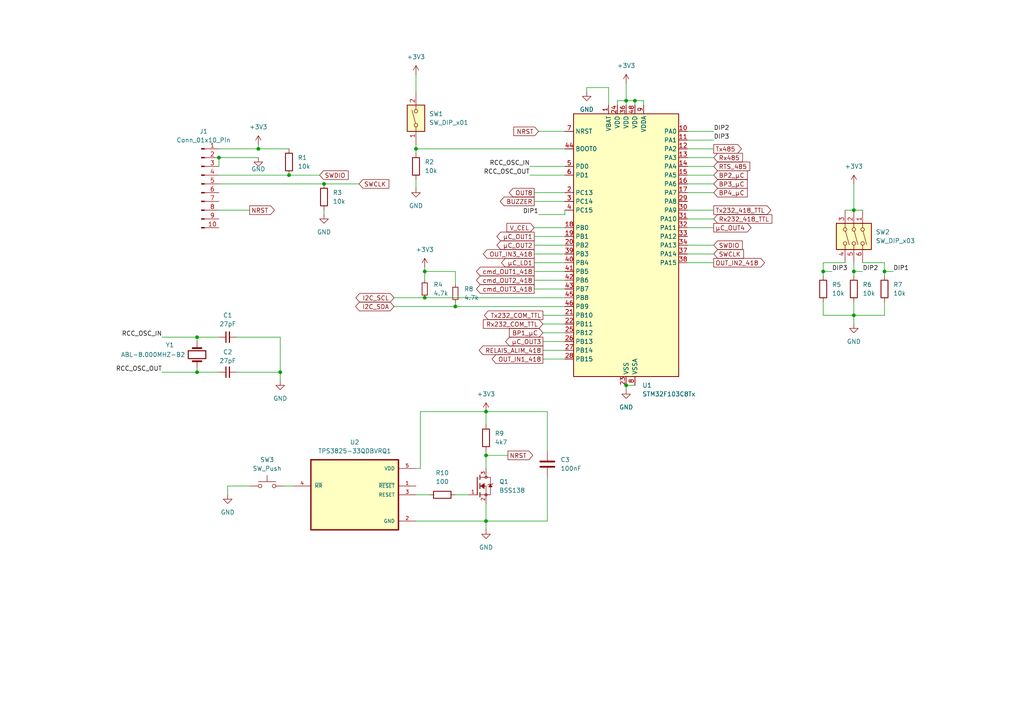
<source format=kicad_sch>
(kicad_sch (version 20250114) (generator "eeschema") (generator_version "9.0")
  (paper "A4")
  (title_block (title "MAIN MCU") (date "2025-07-26") (rev "V2") (company "TTS") (comment 1 "EP"))
  (lib_symbols
    (symbol "BSS138:BSS138" (pin_names (offset 1.016))
      (property "Reference" "Q" (at -8.89 2.54 0))
      (property "Value" "BSS138" (at -8.89 -7.62 0))
      (symbol "BSS138_0_0"
        (polyline (pts (xy 0 2.54) (xy 0 -2.54)) (stroke (width 0.254)))
        (polyline (pts (xy 0.762 3.175) (xy 0.762 2.54)) (stroke (width 0.254)))
        (polyline (pts (xy 0.762 2.54) (xy 0.762 1.905)) (stroke (width 0.254)))
        (polyline (pts (xy 0.762 2.54) (xy 3.81 2.54)) (stroke (width 0.1524)))
        (polyline (pts (xy 0.762 0.762) (xy 0.762 0)) (stroke (width 0.254)))
        (polyline (pts (xy 0.762 0) (xy 0.762 -0.762)) (stroke (width 0.254)))
        (polyline (pts (xy 0.762 0) (xy 2.54 0)) (stroke (width 0.1524)))
        (polyline (pts (xy 0.762 -1.905) (xy 0.762 -2.54)) (stroke (width 0.254)))
        (polyline (pts (xy 0.762 -2.54) (xy 0.762 -3.175)) (stroke (width 0.254)))
        (polyline (pts (xy 1.016 0) (xy 2.032 0.762) (xy 2.032 -0.762) (xy 1.016 0)) (stroke (width 0.1524)) (fill (type outline)))
        (circle (center 2.54 2.54) (radius 0.3592))
        (polyline (pts (xy 2.54 0) (xy 2.54 -2.54)) (stroke (width 0.1524)))
        (polyline (pts (xy 2.54 -2.54) (xy 0.762 -2.54)) (stroke (width 0.1524)))
        (polyline (pts (xy 2.54 -2.54) (xy 3.81 -2.54)) (stroke (width 0.1524)))
        (circle (center 2.54 -2.54) (radius 0.3592))
        (polyline (pts (xy 3.302 0.508) (xy 3.048 0.254)) (stroke (width 0.1524)))
        (polyline (pts (xy 3.81 2.54) (xy 3.81 0.508)) (stroke (width 0.1524)))
        (polyline (pts (xy 3.81 0.508) (xy 3.302 0.508)) (stroke (width 0.1524)))
        (polyline (pts (xy 3.81 0.508) (xy 3.81 -2.54)) (stroke (width 0.1524)))
        (polyline (pts (xy 3.81 0.508) (xy 3.302 -0.254) (xy 4.318 -0.254) (xy 3.81 0.508)) (stroke (width 0.1524)) (fill (type outline)))
        (polyline (pts (xy 4.318 0.508) (xy 3.81 0.508)) (stroke (width 0.1524)))
        (polyline (pts (xy 4.572 0.762) (xy 4.318 0.508)) (stroke (width 0.1524)))
        (pin passive line (at -2.54 -2.54 0) (length 2.54) (name "~") (number "1"))
        (pin passive line (at 2.54 5.08 270) (length 2.54) (name "~") (number "3"))
        (pin passive line (at 2.54 -5.08 90) (length 2.54) (name "~") (number "2"))
      )
    )
    (symbol "Connector:Conn_01x10_Pin" (pin_names (offset 1.016) (hide yes))
      (property "Reference" "J" (at 0 12.7 0))
      (property "Value" "Conn_01x10_Pin" (at 0 -15.24 0))
      (symbol "Conn_01x10_Pin_1_1"
        (rectangle (start 0.8636 10.287) (end 0 10.033) (stroke (width 0.1524)) (fill (type outline)))
        (rectangle (start 0.8636 7.747) (end 0 7.493) (stroke (width 0.1524)) (fill (type outline)))
        (rectangle (start 0.8636 5.207) (end 0 4.953) (stroke (width 0.1524)) (fill (type outline)))
        (rectangle (start 0.8636 2.667) (end 0 2.413) (stroke (width 0.1524)) (fill (type outline)))
        (rectangle (start 0.8636 0.127) (end 0 -0.127) (stroke (width 0.1524)) (fill (type outline)))
        (rectangle (start 0.8636 -2.413) (end 0 -2.667) (stroke (width 0.1524)) (fill (type outline)))
        (rectangle (start 0.8636 -4.953) (end 0 -5.207) (stroke (width 0.1524)) (fill (type outline)))
        (rectangle (start 0.8636 -7.493) (end 0 -7.747) (stroke (width 0.1524)) (fill (type outline)))
        (rectangle (start 0.8636 -10.033) (end 0 -10.287) (stroke (width 0.1524)) (fill (type outline)))
        (rectangle (start 0.8636 -12.573) (end 0 -12.827) (stroke (width 0.1524)) (fill (type outline)))
        (polyline (pts (xy 1.27 10.16) (xy 0.8636 10.16)) (stroke (width 0.1524)))
        (polyline (pts (xy 1.27 7.62) (xy 0.8636 7.62)) (stroke (width 0.1524)))
        (polyline (pts (xy 1.27 5.08) (xy 0.8636 5.08)) (stroke (width 0.1524)))
        (polyline (pts (xy 1.27 2.54) (xy 0.8636 2.54)) (stroke (width 0.1524)))
        (polyline (pts (xy 1.27 0) (xy 0.8636 0)) (stroke (width 0.1524)))
        (polyline (pts (xy 1.27 -2.54) (xy 0.8636 -2.54)) (stroke (width 0.1524)))
        (polyline (pts (xy 1.27 -5.08) (xy 0.8636 -5.08)) (stroke (width 0.1524)))
        (polyline (pts (xy 1.27 -7.62) (xy 0.8636 -7.62)) (stroke (width 0.1524)))
        (polyline (pts (xy 1.27 -10.16) (xy 0.8636 -10.16)) (stroke (width 0.1524)))
        (polyline (pts (xy 1.27 -12.7) (xy 0.8636 -12.7)) (stroke (width 0.1524)))
        (pin passive line (at 5.08 10.16 180) (length 3.81) (name "Pin_1") (number "1"))
        (pin passive line (at 5.08 7.62 180) (length 3.81) (name "Pin_2") (number "2"))
        (pin passive line (at 5.08 5.08 180) (length 3.81) (name "Pin_3") (number "3"))
        (pin passive line (at 5.08 2.54 180) (length 3.81) (name "Pin_4") (number "4"))
        (pin passive line (at 5.08 0 180) (length 3.81) (name "Pin_5") (number "5"))
        (pin passive line (at 5.08 -2.54 180) (length 3.81) (name "Pin_6") (number "6"))
        (pin passive line (at 5.08 -5.08 180) (length 3.81) (name "Pin_7") (number "7"))
        (pin passive line (at 5.08 -7.62 180) (length 3.81) (name "Pin_8") (number "8"))
        (pin passive line (at 5.08 -10.16 180) (length 3.81) (name "Pin_9") (number "9"))
        (pin passive line (at 5.08 -12.7 180) (length 3.81) (name "Pin_10") (number "10"))
      )
    )
    (symbol "Device:C" (pin_numbers (hide yes)) (pin_names (offset 0.254))
      (property "Reference" "C" (at 0.635 2.54 0))
      (property "Value" "C" (at 0.635 -2.54 0))
      (symbol "C_0_1"
        (polyline (pts (xy -2.032 0.762) (xy 2.032 0.762)) (stroke (width 0.508)))
        (polyline (pts (xy -2.032 -0.762) (xy 2.032 -0.762)) (stroke (width 0.508)))
      )
      (symbol "C_1_1"
        (pin passive line (at 0 3.81 270) (length 2.794) (name "~") (number "1"))
        (pin passive line (at 0 -3.81 90) (length 2.794) (name "~") (number "2"))
      )
    )
    (symbol "Device:C_Small" (pin_numbers (hide yes)) (pin_names (offset 0.254) (hide yes))
      (property "Reference" "C" (at 0.254 1.778 0))
      (property "Value" "C_Small" (at 0.254 -2.032 0))
      (symbol "C_Small_0_1"
        (polyline (pts (xy -1.524 0.508) (xy 1.524 0.508)) (stroke (width 0.3048)))
        (polyline (pts (xy -1.524 -0.508) (xy 1.524 -0.508)) (stroke (width 0.3302)))
      )
      (symbol "C_Small_1_1"
        (pin passive line (at 0 2.54 270) (length 2.032) (name "~") (number "1"))
        (pin passive line (at 0 -2.54 90) (length 2.032) (name "~") (number "2"))
      )
    )
    (symbol "Device:Crystal" (pin_numbers (hide yes)) (pin_names (offset 1.016) (hide yes))
      (property "Reference" "Y" (at 0 3.81 0))
      (property "Value" "Crystal" (at 0 -3.81 0))
      (symbol "Crystal_0_1"
        (polyline (pts (xy -2.54 0) (xy -1.905 0)))
        (polyline (pts (xy -1.905 -1.27) (xy -1.905 1.27)) (stroke (width 0.508)))
        (rectangle (start -1.143 2.54) (end 1.143 -2.54) (stroke (width 0.3048)))
        (polyline (pts (xy 1.905 -1.27) (xy 1.905 1.27)) (stroke (width 0.508)))
        (polyline (pts (xy 2.54 0) (xy 1.905 0)))
      )
      (symbol "Crystal_1_1"
        (pin passive line (at -3.81 0 0) (length 1.27) (name "1") (number "1"))
        (pin passive line (at 3.81 0 180) (length 1.27) (name "2") (number "2"))
      )
    )
    (symbol "Device:R" (pin_numbers (hide yes)) (pin_names (offset 0))
      (property "Reference" "R" (at 2.032 0 90))
      (property "Value" "R" (at 0 0 90))
      (symbol "R_0_1"
        (rectangle (start -1.016 -2.54) (end 1.016 2.54) (stroke (width 0.254)))
      )
      (symbol "R_1_1"
        (pin passive line (at 0 3.81 270) (length 1.27) (name "~") (number "1"))
        (pin passive line (at 0 -3.81 90) (length 1.27) (name "~") (number "2"))
      )
    )
    (symbol "Device:R_Small" (pin_numbers (hide yes)) (pin_names (offset 0.254) (hide yes))
      (property "Reference" "R" (at 0.762 0.508 0))
      (property "Value" "R_Small" (at 0.762 -1.016 0))
      (symbol "R_Small_0_1"
        (rectangle (start -0.762 1.778) (end 0.762 -1.778) (stroke (width 0.2032)))
      )
      (symbol "R_Small_1_1"
        (pin passive line (at 0 2.54 270) (length 0.762) (name "~") (number "1"))
        (pin passive line (at 0 -2.54 90) (length 0.762) (name "~") (number "2"))
      )
    )
    (symbol "MCU_ST_STM32F1:STM32F103C8Tx"
      (property "Reference" "U" (at -15.24 39.37 0))
      (property "Value" "STM32F103C8Tx" (at 7.62 39.37 0))
      (symbol "STM32F103C8Tx_0_1"
        (rectangle (start -15.24 -38.1) (end 15.24 38.1) (stroke (width 0.254)) (fill (type background)))
      )
      (symbol "STM32F103C8Tx_1_1"
        (pin input line (at -17.78 33.02 0) (length 2.54) (name "NRST") (number "7"))
        (pin input line (at -17.78 27.94 0) (length 2.54) (name "BOOT0") (number "44"))
        (pin bidirectional line (at -17.78 22.86 0) (length 2.54) (name "PD0") (number "5"))
        (pin bidirectional line (at -17.78 20.32 0) (length 2.54) (name "PD1") (number "6"))
        (pin bidirectional line (at -17.78 15.24 0) (length 2.54) (name "PC13") (number "2"))
        (pin bidirectional line (at -17.78 12.7 0) (length 2.54) (name "PC14") (number "3"))
        (pin bidirectional line (at -17.78 10.16 0) (length 2.54) (name "PC15") (number "4"))
        (pin bidirectional line (at -17.78 5.08 0) (length 2.54) (name "PB0") (number "18"))
        (pin bidirectional line (at -17.78 2.54 0) (length 2.54) (name "PB1") (number "19"))
        (pin bidirectional line (at -17.78 0 0) (length 2.54) (name "PB2") (number "20"))
        (pin bidirectional line (at -17.78 -2.54 0) (length 2.54) (name "PB3") (number "39"))
        (pin bidirectional line (at -17.78 -5.08 0) (length 2.54) (name "PB4") (number "40"))
        (pin bidirectional line (at -17.78 -7.62 0) (length 2.54) (name "PB5") (number "41"))
        (pin bidirectional line (at -17.78 -10.16 0) (length 2.54) (name "PB6") (number "42"))
        (pin bidirectional line (at -17.78 -12.7 0) (length 2.54) (name "PB7") (number "43"))
        (pin bidirectional line (at -17.78 -15.24 0) (length 2.54) (name "PB8") (number "45"))
        (pin bidirectional line (at -17.78 -17.78 0) (length 2.54) (name "PB9") (number "46"))
        (pin bidirectional line (at -17.78 -20.32 0) (length 2.54) (name "PB10") (number "21"))
        (pin bidirectional line (at -17.78 -22.86 0) (length 2.54) (name "PB11") (number "22"))
        (pin bidirectional line (at -17.78 -25.4 0) (length 2.54) (name "PB12") (number "25"))
        (pin bidirectional line (at -17.78 -27.94 0) (length 2.54) (name "PB13") (number "26"))
        (pin bidirectional line (at -17.78 -30.48 0) (length 2.54) (name "PB14") (number "27"))
        (pin bidirectional line (at -17.78 -33.02 0) (length 2.54) (name "PB15") (number "28"))
        (pin power_in line (at -5.08 40.64 270) (length 2.54) (name "VBAT") (number "1"))
        (pin power_in line (at -2.54 40.64 270) (length 2.54) (name "VDD") (number "24"))
        (pin power_in line (at 0 40.64 270) (length 2.54) (name "VDD") (number "36"))
        (pin power_in line (at 0 -40.64 90) (length 2.54) (name "VSS") (number "23"))
        (pin passive line (at 0 -40.64 90) (length 2.54) (hide yes) (name "VSS") (number "35"))
        (pin passive line (at 0 -40.64 90) (length 2.54) (hide yes) (name "VSS") (number "47"))
        (pin power_in line (at 2.54 40.64 270) (length 2.54) (name "VDD") (number "48"))
        (pin power_in line (at 2.54 -40.64 90) (length 2.54) (name "VSSA") (number "8"))
        (pin power_in line (at 5.08 40.64 270) (length 2.54) (name "VDDA") (number "9"))
        (pin bidirectional line (at 17.78 33.02 180) (length 2.54) (name "PA0") (number "10"))
        (pin bidirectional line (at 17.78 30.48 180) (length 2.54) (name "PA1") (number "11"))
        (pin bidirectional line (at 17.78 27.94 180) (length 2.54) (name "PA2") (number "12"))
        (pin bidirectional line (at 17.78 25.4 180) (length 2.54) (name "PA3") (number "13"))
        (pin bidirectional line (at 17.78 22.86 180) (length 2.54) (name "PA4") (number "14"))
        (pin bidirectional line (at 17.78 20.32 180) (length 2.54) (name "PA5") (number "15"))
        (pin bidirectional line (at 17.78 17.78 180) (length 2.54) (name "PA6") (number "16"))
        (pin bidirectional line (at 17.78 15.24 180) (length 2.54) (name "PA7") (number "17"))
        (pin bidirectional line (at 17.78 12.7 180) (length 2.54) (name "PA8") (number "29"))
        (pin bidirectional line (at 17.78 10.16 180) (length 2.54) (name "PA9") (number "30"))
        (pin bidirectional line (at 17.78 7.62 180) (length 2.54) (name "PA10") (number "31"))
        (pin bidirectional line (at 17.78 5.08 180) (length 2.54) (name "PA11") (number "32"))
        (pin bidirectional line (at 17.78 2.54 180) (length 2.54) (name "PA12") (number "33"))
        (pin bidirectional line (at 17.78 0 180) (length 2.54) (name "PA13") (number "34"))
        (pin bidirectional line (at 17.78 -2.54 180) (length 2.54) (name "PA14") (number "37"))
        (pin bidirectional line (at 17.78 -5.08 180) (length 2.54) (name "PA15") (number "38"))
      )
    )
    (symbol "Switch:SW_DIP_x01" (pin_names (offset 0) (hide yes))
      (property "Reference" "SW" (at 0 3.81 0))
      (property "Value" "SW_DIP_x01" (at 0 -3.81 0))
      (symbol "SW_DIP_x01_0_0"
        (circle (center -2.032 0) (radius 0.508))
        (polyline (pts (xy -1.524 0.127) (xy 2.3622 1.1684)))
        (circle (center 2.032 0) (radius 0.508))
      )
      (symbol "SW_DIP_x01_0_1"
        (rectangle (start -3.81 2.54) (end 3.81 -2.54) (stroke (width 0.254)) (fill (type background)))
      )
      (symbol "SW_DIP_x01_1_1"
        (pin passive line (at -7.62 0 0) (length 5.08) (name "~") (number "1"))
        (pin passive line (at 7.62 0 180) (length 5.08) (name "~") (number "2"))
      )
    )
    (symbol "Switch:SW_DIP_x03" (pin_names (offset 0) (hide yes))
      (property "Reference" "SW" (at 0 6.35 0))
      (property "Value" "SW_DIP_x03" (at 0 -6.35 0))
      (symbol "SW_DIP_x03_0_0"
        (circle (center -2.032 2.54) (radius 0.508))
        (circle (center -2.032 0) (radius 0.508))
        (circle (center -2.032 -2.54) (radius 0.508))
        (polyline (pts (xy -1.524 2.667) (xy 2.3622 3.7084)))
        (polyline (pts (xy -1.524 0.127) (xy 2.3622 1.1684)))
        (polyline (pts (xy -1.524 -2.413) (xy 2.3622 -1.3716)))
        (circle (center 2.032 2.54) (radius 0.508))
        (circle (center 2.032 0) (radius 0.508))
        (circle (center 2.032 -2.54) (radius 0.508))
      )
      (symbol "SW_DIP_x03_0_1"
        (rectangle (start -3.81 5.08) (end 3.81 -5.08) (stroke (width 0.254)) (fill (type background)))
      )
      (symbol "SW_DIP_x03_1_1"
        (pin passive line (at -7.62 2.54 0) (length 5.08) (name "~") (number "1"))
        (pin passive line (at -7.62 0 0) (length 5.08) (name "~") (number "2"))
        (pin passive line (at -7.62 -2.54 0) (length 5.08) (name "~") (number "3"))
        (pin passive line (at 7.62 2.54 180) (length 5.08) (name "~") (number "6"))
        (pin passive line (at 7.62 0 180) (length 5.08) (name "~") (number "5"))
        (pin passive line (at 7.62 -2.54 180) (length 5.08) (name "~") (number "4"))
      )
    )
    (symbol "Switch:SW_Push" (pin_numbers (hide yes)) (pin_names (offset 1.016) (hide yes))
      (property "Reference" "SW" (at 1.27 2.54 0))
      (property "Value" "SW_Push" (at 0 -1.524 0))
      (symbol "SW_Push_0_1"
        (circle (center -2.032 0) (radius 0.508))
        (polyline (pts (xy 0 1.27) (xy 0 3.048)))
        (circle (center 2.032 0) (radius 0.508))
        (polyline (pts (xy 2.54 1.27) (xy -2.54 1.27)))
        (pin passive line (at -5.08 0 0) (length 2.54) (name "1") (number "1"))
        (pin passive line (at 5.08 0 180) (length 2.54) (name "2") (number "2"))
      )
    )
    (symbol "TPS3825-33QDBVRQ1:TPS3825-33QDBVRQ1" (pin_names (offset 1.016))
      (property "Reference" "U" (at -12.7 11.16 0))
      (property "Value" "TPS3825-33QDBVRQ1" (at -12.7 -14.16 0))
      (symbol "TPS3825-33QDBVRQ1_0_0"
        (rectangle (start -12.7 -10.16) (end 12.7 10.16) (stroke (width 0.41)) (fill (type background)))
        (pin input line (at -17.78 2.54 0) (length 5.08) (name "~{MR}") (number "4"))
        (pin power_in line (at 17.78 7.62 180) (length 5.08) (name "VDD") (number "5"))
        (pin output line (at 17.78 2.54 180) (length 5.08) (name "~{RESET}") (number "1"))
        (pin output line (at 17.78 0 180) (length 5.08) (name "RESET") (number "3"))
        (pin power_in line (at 17.78 -7.62 180) (length 5.08) (name "GND") (number "2"))
      )
    )
    (symbol "power:+3V3" (power) (pin_numbers (hide yes)) (pin_names (offset 0) (hide yes))
      (property "Value" "+3V3" (at 0 3.556 0))
      (symbol "+3V3_0_1"
        (polyline (pts (xy -0.762 1.27) (xy 0 2.54)))
        (polyline (pts (xy 0 2.54) (xy 0.762 1.27)))
        (polyline (pts (xy 0 0) (xy 0 2.54)))
      )
      (symbol "+3V3_1_1"
        (pin power_in line (at 0 0 90) (length 0) (name "~") (number "1"))
      )
    )
    (symbol "power:GND" (power) (pin_numbers (hide yes)) (pin_names (offset 0) (hide yes))
      (property "Value" "GND" (at 0 -3.81 0))
      (symbol "GND_0_1"
        (polyline (pts (xy 0 0) (xy 0 -1.27) (xy 1.27 -1.27) (xy 0 -2.54) (xy -1.27 -1.27) (xy 0 -1.27)))
      )
      (symbol "GND_1_1"
        (pin power_in line (at 0 0 270) (length 0) (name "~") (number "1"))
      )
    )
  )
  (junction (at 123.19 86.36))
  (junction (at 123.19 78.74))
  (junction (at 247.65 60.96))
  (junction (at 140.97 119.38))
  (junction (at 57.15 107.95))
  (junction (at 247.65 91.44))
  (junction (at 256.54 78.74))
  (junction (at 140.97 132.08))
  (junction (at 132.08 88.9))
  (junction (at 181.61 29.21))
  (junction (at 140.97 151.13))
  (junction (at 83.82 50.8))
  (junction (at 120.65 43.18))
  (junction (at 238.76 78.74))
  (junction (at 181.61 111.76))
  (junction (at 74.93 43.18))
  (junction (at 63.5 45.72))
  (junction (at 93.98 53.34))
  (junction (at 57.15 97.79))
  (junction (at 247.65 78.74))
  (junction (at 81.28 107.95))
  (junction (at 184.15 29.21))
  (wire (pts (xy 120.65 143.51) (xy 124.46 143.51)))
  (wire (pts (xy 154.94 58.42) (xy 163.83 58.42)))
  (wire (pts (xy 247.65 78.74) (xy 247.65 80.01)))
  (wire (pts (xy 123.19 78.74) (xy 123.19 81.28)))
  (wire (pts (xy 120.65 43.18) (xy 163.83 43.18)))
  (wire (pts (xy 199.39 53.34) (xy 207.01 53.34)))
  (wire (pts (xy 199.39 43.18) (xy 207.01 43.18)))
  (wire (pts (xy 157.48 96.52) (xy 163.83 96.52)))
  (wire (pts (xy 199.39 76.2) (xy 207.01 76.2)))
  (wire (pts (xy 153.67 48.26) (xy 163.83 48.26)))
  (wire (pts (xy 82.55 140.97) (xy 85.09 140.97)))
  (wire (pts (xy 157.48 91.44) (xy 163.83 91.44)))
  (wire (pts (xy 247.65 78.74) (xy 250.19 78.74)))
  (wire (pts (xy 181.61 29.21) (xy 184.15 29.21)))
  (wire (pts (xy 57.15 97.79) (xy 57.15 99.06)))
  (wire (pts (xy 199.39 45.72) (xy 207.01 45.72)))
  (wire (pts (xy 199.39 71.12) (xy 207.01 71.12)))
  (wire (pts (xy 120.65 151.13) (xy 140.97 151.13)))
  (wire (pts (xy 132.08 88.9) (xy 114.3 88.9)))
  (wire (pts (xy 156.21 38.1) (xy 163.83 38.1)))
  (wire (pts (xy 93.98 53.34) (xy 63.5 53.34)))
  (wire (pts (xy 199.39 66.04) (xy 207.01 66.04)))
  (wire (pts (xy 163.83 62.23) (xy 156.21 62.23)))
  (wire (pts (xy 158.75 151.13) (xy 140.97 151.13)))
  (wire (pts (xy 238.76 87.63) (xy 238.76 91.44)))
  (wire (pts (xy 199.39 60.96) (xy 207.01 60.96)))
  (wire (pts (xy 93.98 60.96) (xy 93.98 62.23)))
  (wire (pts (xy 199.39 63.5) (xy 207.01 63.5)))
  (wire (pts (xy 63.5 43.18) (xy 74.93 43.18)))
  (wire (pts (xy 247.65 60.96) (xy 250.19 60.96)))
  (wire (pts (xy 46.99 97.79) (xy 57.15 97.79)))
  (wire (pts (xy 83.82 50.8) (xy 92.71 50.8)))
  (wire (pts (xy 81.28 107.95) (xy 81.28 110.49)))
  (wire (pts (xy 247.65 87.63) (xy 247.65 91.44)))
  (wire (pts (xy 199.39 48.26) (xy 207.01 48.26)))
  (wire (pts (xy 132.08 87.63) (xy 132.08 88.9)))
  (wire (pts (xy 57.15 107.95) (xy 57.15 106.68)))
  (wire (pts (xy 157.48 104.14) (xy 163.83 104.14)))
  (wire (pts (xy 123.19 86.36) (xy 163.83 86.36)))
  (wire (pts (xy 238.76 80.01) (xy 238.76 78.74)))
  (wire (pts (xy 154.94 76.2) (xy 163.83 76.2)))
  (wire (pts (xy 238.76 78.74) (xy 241.3 78.74)))
  (wire (pts (xy 68.58 107.95) (xy 81.28 107.95)))
  (wire (pts (xy 181.61 29.21) (xy 181.61 30.48)))
  (wire (pts (xy 154.94 55.88) (xy 163.83 55.88)))
  (wire (pts (xy 238.76 91.44) (xy 247.65 91.44)))
  (wire (pts (xy 140.97 132.08) (xy 140.97 135.89)))
  (wire (pts (xy 132.08 82.55) (xy 132.08 78.74)))
  (wire (pts (xy 120.65 135.89) (xy 121.92 135.89)))
  (wire (pts (xy 238.76 76.2) (xy 245.11 76.2)))
  (wire (pts (xy 181.61 24.13) (xy 181.61 29.21)))
  (wire (pts (xy 154.94 78.74) (xy 163.83 78.74)))
  (wire (pts (xy 238.76 78.74) (xy 238.76 76.2)))
  (wire (pts (xy 66.04 140.97) (xy 66.04 143.51)))
  (wire (pts (xy 120.65 21.59) (xy 120.65 26.67)))
  (wire (pts (xy 184.15 29.21) (xy 184.15 30.48)))
  (wire (pts (xy 154.94 66.04) (xy 163.83 66.04)))
  (wire (pts (xy 140.97 132.08) (xy 147.32 132.08)))
  (wire (pts (xy 154.94 68.58) (xy 163.83 68.58)))
  (wire (pts (xy 74.93 41.91) (xy 74.93 43.18)))
  (wire (pts (xy 157.48 99.06) (xy 163.83 99.06)))
  (wire (pts (xy 181.61 111.76) (xy 184.15 111.76)))
  (wire (pts (xy 63.5 45.72) (xy 63.5 48.26)))
  (wire (pts (xy 153.67 50.8) (xy 163.83 50.8)))
  (wire (pts (xy 181.61 111.76) (xy 181.61 113.03)))
  (wire (pts (xy 132.08 88.9) (xy 163.83 88.9)))
  (wire (pts (xy 247.65 91.44) (xy 247.65 93.98)))
  (wire (pts (xy 74.93 43.18) (xy 83.82 43.18)))
  (wire (pts (xy 121.92 135.89) (xy 121.92 119.38)))
  (wire (pts (xy 199.39 73.66) (xy 207.01 73.66)))
  (wire (pts (xy 199.39 40.64) (xy 207.01 40.64)))
  (wire (pts (xy 57.15 107.95) (xy 46.99 107.95)))
  (wire (pts (xy 256.54 78.74) (xy 256.54 80.01)))
  (wire (pts (xy 186.69 30.48) (xy 186.69 29.21)))
  (wire (pts (xy 163.83 60.96) (xy 163.83 62.23)))
  (wire (pts (xy 199.39 50.8) (xy 207.01 50.8)))
  (wire (pts (xy 256.54 87.63) (xy 256.54 91.44)))
  (wire (pts (xy 158.75 138.43) (xy 158.75 151.13)))
  (wire (pts (xy 123.19 78.74) (xy 132.08 78.74)))
  (wire (pts (xy 154.94 73.66) (xy 163.83 73.66)))
  (wire (pts (xy 199.39 55.88) (xy 207.01 55.88)))
  (wire (pts (xy 247.65 76.2) (xy 247.65 78.74)))
  (wire (pts (xy 120.65 52.07) (xy 120.65 54.61)))
  (wire (pts (xy 63.5 50.8) (xy 83.82 50.8)))
  (wire (pts (xy 72.39 140.97) (xy 66.04 140.97)))
  (wire (pts (xy 184.15 29.21) (xy 186.69 29.21)))
  (wire (pts (xy 93.98 53.34) (xy 104.14 53.34)))
  (wire (pts (xy 256.54 78.74) (xy 256.54 76.2)))
  (wire (pts (xy 158.75 130.81) (xy 158.75 119.38)))
  (wire (pts (xy 176.53 25.4) (xy 170.18 25.4)))
  (wire (pts (xy 123.19 77.47) (xy 123.19 78.74)))
  (wire (pts (xy 154.94 71.12) (xy 163.83 71.12)))
  (wire (pts (xy 114.3 86.36) (xy 123.19 86.36)))
  (wire (pts (xy 140.97 130.81) (xy 140.97 132.08)))
  (wire (pts (xy 68.58 97.79) (xy 81.28 97.79)))
  (wire (pts (xy 256.54 76.2) (xy 250.19 76.2)))
  (wire (pts (xy 154.94 81.28) (xy 163.83 81.28)))
  (wire (pts (xy 140.97 123.19) (xy 140.97 119.38)))
  (wire (pts (xy 57.15 107.95) (xy 63.5 107.95)))
  (wire (pts (xy 179.07 29.21) (xy 181.61 29.21)))
  (wire (pts (xy 132.08 143.51) (xy 135.89 143.51)))
  (wire (pts (xy 154.94 83.82) (xy 163.83 83.82)))
  (wire (pts (xy 120.65 43.18) (xy 120.65 44.45)))
  (wire (pts (xy 120.65 41.91) (xy 120.65 43.18)))
  (wire (pts (xy 199.39 38.1) (xy 207.01 38.1)))
  (wire (pts (xy 63.5 60.96) (xy 72.39 60.96)))
  (wire (pts (xy 176.53 30.48) (xy 176.53 25.4)))
  (wire (pts (xy 140.97 151.13) (xy 140.97 153.67)))
  (wire (pts (xy 256.54 78.74) (xy 259.08 78.74)))
  (wire (pts (xy 81.28 97.79) (xy 81.28 107.95)))
  (wire (pts (xy 157.48 93.98) (xy 163.83 93.98)))
  (wire (pts (xy 57.15 97.79) (xy 63.5 97.79)))
  (wire (pts (xy 140.97 146.05) (xy 140.97 151.13)))
  (wire (pts (xy 170.18 25.4) (xy 170.18 26.67)))
  (wire (pts (xy 179.07 30.48) (xy 179.07 29.21)))
  (wire (pts (xy 158.75 119.38) (xy 140.97 119.38)))
  (wire (pts (xy 63.5 45.72) (xy 74.93 45.72)))
  (wire (pts (xy 256.54 91.44) (xy 247.65 91.44)))
  (wire (pts (xy 245.11 60.96) (xy 247.65 60.96)))
  (wire (pts (xy 121.92 119.38) (xy 140.97 119.38)))
  (wire (pts (xy 157.48 101.6) (xy 163.83 101.6)))
  (wire (pts (xy 247.65 53.34) (xy 247.65 60.96)))
  (label "RCC_OSC_OUT" (at 153.67 50.8 180))
  (label "DIP3" (at 241.3 78.74 0))
  (label "RCC_OSC_OUT" (at 46.99 107.95 180))
  (label "DIP1" (at 156.21 62.23 180))
  (label "DIP1" (at 259.08 78.74 0))
  (label "DIP2" (at 250.19 78.74 0))
  (label "DIP2" (at 207.01 38.1 0))
  (label "RCC_OSC_IN" (at 153.67 48.26 180))
  (label "DIP3" (at 207.01 40.64 0))
  (label "RCC_OSC_IN" (at 46.99 97.79 180))
  (global_label "Tx485" (shape output) (at 207.01 43.18 0) (property "Intersheetrefs" "${INTERSHEET_REFS}" (effects (hide yes))))
  (global_label "BP2_µC" (shape input) (at 207.01 50.8 0) (property "Intersheetrefs" "${INTERSHEET_REFS}" (effects (hide yes))))
  (global_label "I2C_SDA" (shape bidirectional) (at 114.3 88.9 180) (property "Intersheetrefs" "${INTERSHEET_REFS}" (effects (hide yes))))
  (global_label "OUT_IN2_418" (shape output) (at 207.01 76.2 0) (property "Intersheetrefs" "${INTERSHEET_REFS}" (effects (hide yes))))
  (global_label "RTS_485" (shape input) (at 207.01 48.26 0) (property "Intersheetrefs" "${INTERSHEET_REFS}" (effects (hide yes))))
  (global_label "V_CEL" (shape input) (at 154.94 66.04 180) (property "Intersheetrefs" "${INTERSHEET_REFS}" (effects (hide yes))))
  (global_label "cmd_OUT2_418" (shape output) (at 154.94 81.28 180) (property "Intersheetrefs" "${INTERSHEET_REFS}" (effects (hide yes))))
  (global_label "Rx232_418_TTL" (shape input) (at 207.01 63.5 0) (property "Intersheetrefs" "${INTERSHEET_REFS}" (effects (hide yes))))
  (global_label "cmd_OUT1_418" (shape output) (at 154.94 78.74 180) (property "Intersheetrefs" "${INTERSHEET_REFS}" (effects (hide yes))))
  (global_label "Tx232_COM_TTL" (shape output) (at 157.48 91.44 180) (property "Intersheetrefs" "${INTERSHEET_REFS}" (effects (hide yes))))
  (global_label "NRST" (shape output) (at 72.39 60.96 0) (property "Intersheetrefs" "${INTERSHEET_REFS}" (effects (hide yes))))
  (global_label "RELAIS_ALIM_418" (shape output) (at 157.48 101.6 180) (property "Intersheetrefs" "${INTERSHEET_REFS}" (effects (hide yes))))
  (global_label "NRST" (shape input) (at 156.21 38.1 180) (property "Intersheetrefs" "${INTERSHEET_REFS}" (effects (hide yes))))
  (global_label "OUT_IN1_418" (shape output) (at 157.48 104.14 180) (property "Intersheetrefs" "${INTERSHEET_REFS}" (effects (hide yes))))
  (global_label "cmd_OUT3_418" (shape output) (at 154.94 83.82 180) (property "Intersheetrefs" "${INTERSHEET_REFS}" (effects (hide yes))))
  (global_label "BP3_µC" (shape input) (at 207.01 53.34 0) (property "Intersheetrefs" "${INTERSHEET_REFS}" (effects (hide yes))))
  (global_label "Rx485" (shape input) (at 207.01 45.72 0) (property "Intersheetrefs" "${INTERSHEET_REFS}" (effects (hide yes))))
  (global_label "µC_OUT4" (shape output) (at 207.01 66.04 0) (property "Intersheetrefs" "${INTERSHEET_REFS}" (effects (hide yes))))
  (global_label "OUT_IN3_418" (shape output) (at 154.94 73.66 180) (property "Intersheetrefs" "${INTERSHEET_REFS}" (effects (hide yes))))
  (global_label "SWDIO" (shape input) (at 92.71 50.8 0) (property "Intersheetrefs" "${INTERSHEET_REFS}" (effects (hide yes))))
  (global_label "NRST" (shape output) (at 147.32 132.08 0) (property "Intersheetrefs" "${INTERSHEET_REFS}" (effects (hide yes))))
  (global_label "BUZZER" (shape output) (at 154.94 58.42 180) (property "Intersheetrefs" "${INTERSHEET_REFS}" (effects (hide yes))))
  (global_label "I2C_SCL" (shape bidirectional) (at 114.3 86.36 180) (property "Intersheetrefs" "${INTERSHEET_REFS}" (effects (hide yes))))
  (global_label "SWCLK" (shape input) (at 207.01 73.66 0) (property "Intersheetrefs" "${INTERSHEET_REFS}" (effects (hide yes))))
  (global_label "µC_OUT2" (shape output) (at 154.94 71.12 180) (property "Intersheetrefs" "${INTERSHEET_REFS}" (effects (hide yes))))
  (global_label "µC_LD1" (shape output) (at 154.94 76.2 180) (property "Intersheetrefs" "${INTERSHEET_REFS}" (effects (hide yes))))
  (global_label "µC_OUT1" (shape output) (at 154.94 68.58 180) (property "Intersheetrefs" "${INTERSHEET_REFS}" (effects (hide yes))))
  (global_label "BP1_µC" (shape input) (at 157.48 96.52 180) (property "Intersheetrefs" "${INTERSHEET_REFS}" (effects (hide yes))))
  (global_label "SWDIO" (shape input) (at 207.01 71.12 0) (property "Intersheetrefs" "${INTERSHEET_REFS}" (effects (hide yes))))
  (global_label "SWCLK" (shape input) (at 104.14 53.34 0) (property "Intersheetrefs" "${INTERSHEET_REFS}" (effects (hide yes))))
  (global_label "Tx232_418_TTL" (shape output) (at 207.01 60.96 0) (property "Intersheetrefs" "${INTERSHEET_REFS}" (effects (hide yes))))
  (global_label "Rx232_COM_TTL" (shape input) (at 157.48 93.98 180) (property "Intersheetrefs" "${INTERSHEET_REFS}" (effects (hide yes))))
  (global_label "BP4_µC" (shape input) (at 207.01 55.88 0) (property "Intersheetrefs" "${INTERSHEET_REFS}" (effects (hide yes))))
  (global_label "µC_OUT3" (shape output) (at 157.48 99.06 180) (property "Intersheetrefs" "${INTERSHEET_REFS}" (effects (hide yes))))
  (global_label "OUT8" (shape output) (at 154.94 55.88 180) (property "Intersheetrefs" "${INTERSHEET_REFS}" (effects (hide yes))))
  (symbol (lib_id "Device:R") (at 140.97 127 0) (unit 1)
    (property "Reference" "R9" (at 143.51 125.7299 0) (effects (justify left)))
    (property "Value" "4k7" (at 143.51 128.2699 0) (effects (justify left)))
    (property "Footprint" "Resistor_SMD:R_0805_2012Metric_Pad1.20x1.40mm_HandSolder" (effects (hide yes)))
    (property "Description" "Resistor" (effects (hide yes)))
  )
  (symbol (lib_id "power:GND") (at 66.04 143.51 0) (unit 1)
    (property "Reference" "#PWR014" (effects (hide yes)))
    (property "Value" "GND" (at 66.04 148.59 0))
    (property "Description" "Power symbol creates a global label with name \"GND\" , ground" (effects (hide yes)))
  )
  (symbol (lib_id "Device:R") (at 238.76 83.82 0) (unit 1)
    (property "Reference" "R5" (at 241.3 82.5499 0) (effects (justify left)))
    (property "Value" "10k" (at 241.3 85.0899 0) (effects (justify left)))
    (property "Footprint" "Resistor_SMD:R_0805_2012Metric_Pad1.20x1.40mm_HandSolder" (effects (hide yes)))
    (property "Description" "Resistor" (effects (hide yes)))
  )
  (symbol (lib_id "Switch:SW_Push") (at 77.47 140.97 0) (unit 1)
    (property "Reference" "SW3" (at 77.47 133.35 0))
    (property "Value" "SW_Push" (at 77.47 135.89 0))
    (property "Footprint" "Button_Switch_SMD:SW_SPST_Omron_B3FS-100xP" (effects (hide yes)))
    (property "Description" "Push button switch, generic, two pins" (effects (hide yes)))
  )
  (symbol (lib_id "MCU_ST_STM32F1:STM32F103C8Tx") (at 181.61 71.12 0) (unit 1)
    (property "Reference" "U1" (at 186.2933 111.76 0) (effects (justify left)))
    (property "Value" "STM32F103C8Tx" (at 186.2933 114.3 0) (effects (justify left)))
    (property "Footprint" "Package_QFP:LQFP-48_7x7mm_P0.5mm" (effects (hide yes)))
    (property "Datasheet" "https://www.st.com/resource/en/datasheet/stm32f103c8.pdf" (effects (hide yes)))
    (property "Description" "STMicroelectronics Arm Cortex-M3 MCU, 64KB flash, 20KB RAM, 72 MHz, 2.0-3.6V, 37 GPIO, LQFP48" (effects (hide yes)))
  )
  (symbol (lib_id "Device:R") (at 93.98 57.15 0) (unit 1)
    (property "Reference" "R3" (at 96.52 55.8799 0) (effects (justify left)))
    (property "Value" "10k" (at 96.52 58.4199 0) (effects (justify left)))
    (property "Footprint" "Resistor_SMD:R_0805_2012Metric_Pad1.20x1.40mm_HandSolder" (effects (hide yes)))
    (property "Description" "Resistor" (effects (hide yes)))
  )
  (symbol (lib_id "Device:Crystal") (at 57.15 102.87 270) (unit 1)
    (property "Reference" "Y1" (at 48.006 100.076 90) (effects (justify left)))
    (property "Value" "ABL-8.000MHZ-B2" (at 35.052 102.87 90) (effects (justify left)))
    (property "Footprint" "Crystal:Crystal_SMD_HC49-SD" (effects (hide yes)))
    (property "Description" "Two pin crystal" (effects (hide yes)))
  )
  (symbol (lib_id "Switch:SW_DIP_x03") (at 247.65 68.58 270) (unit 1)
    (property "Reference" "SW2" (at 254 67.3099 90) (effects (justify left)))
    (property "Value" "SW_DIP_x03" (at 254 69.8499 90) (effects (justify left)))
    (property "Footprint" "Button_Switch_SMD:SW_DIP_SPSTx03_Slide_Omron_A6S-310x_W8.9mm_P2.54mm" (effects (hide yes)))
    (property "Description" "3x DIP Switch, Single Pole Single Throw (SPST) switch, small symbol" (effects (hide yes)))
  )
  (symbol (lib_id "power:GND") (at 74.93 45.72 0) (unit 1)
    (property "Reference" "#PWR05" (effects (hide yes)))
    (property "Value" "GND" (at 74.93 49.022 0))
    (property "Description" "Power symbol creates a global label with name \"GND\" , ground" (effects (hide yes)))
  )
  (symbol (lib_id "Device:R_Small") (at 132.08 85.09 0) (unit 1)
    (property "Reference" "R8" (at 134.62 83.8199 0) (effects (justify left)))
    (property "Value" "4.7k" (at 134.62 86.3599 0) (effects (justify left)))
    (property "Footprint" "Resistor_SMD:R_0805_2012Metric_Pad1.20x1.40mm_HandSolder" (effects (hide yes)))
    (property "Description" "Resistor, small symbol" (effects (hide yes)))
  )
  (symbol (lib_id "power:+3V3") (at 123.19 77.47 0) (unit 1)
    (property "Reference" "#PWR09" (effects (hide yes)))
    (property "Value" "+3V3" (at 123.19 72.39 0))
    (property "Description" "Power symbol creates a global label with name \"+3V3\"" (effects (hide yes)))
  )
  (symbol (lib_id "power:+3V3") (at 140.97 119.38 0) (unit 1)
    (property "Reference" "#PWR013" (effects (hide yes)))
    (property "Value" "+3V3" (at 140.97 114.3 0))
    (property "Description" "Power symbol creates a global label with name \"+3V3\"" (effects (hide yes)))
  )
  (symbol (lib_id "power:+3V3") (at 247.65 53.34 0) (unit 1)
    (property "Reference" "#PWR06" (effects (hide yes)))
    (property "Value" "+3V3" (at 247.65 48.26 0))
    (property "Description" "Power symbol creates a global label with name \"+3V3\"" (effects (hide yes)))
  )
  (symbol (lib_id "Device:R") (at 83.82 46.99 0) (unit 1)
    (property "Reference" "R1" (at 86.36 45.7199 0) (effects (justify left)))
    (property "Value" "10k" (at 86.36 48.2599 0) (effects (justify left)))
    (property "Footprint" "Resistor_SMD:R_0805_2012Metric_Pad1.20x1.40mm_HandSolder" (effects (hide yes)))
    (property "Description" "Resistor" (effects (hide yes)))
  )
  (symbol (lib_id "Device:R") (at 247.65 83.82 0) (unit 1)
    (property "Reference" "R6" (at 250.19 82.5499 0) (effects (justify left)))
    (property "Value" "10k" (at 250.19 85.0899 0) (effects (justify left)))
    (property "Footprint" "Resistor_SMD:R_0805_2012Metric_Pad1.20x1.40mm_HandSolder" (effects (hide yes)))
    (property "Description" "Resistor" (effects (hide yes)))
  )
  (symbol (lib_id "Connector:Conn_01x10_Pin") (at 58.42 53.34 0) (unit 1)
    (property "Reference" "J1" (at 59.055 38.1 0))
    (property "Value" "Conn_01x10_Pin" (at 59.055 40.64 0))
    (property "Footprint" "Connector_PinHeader_2.54mm:PinHeader_1x10_P2.54mm_Vertical" (effects (hide yes)))
    (property "Description" "Generic connector, single row, 01x10, script generated" (effects (hide yes)))
  )
  (symbol (lib_id "Device:R_Small") (at 123.19 83.82 0) (unit 1)
    (property "Reference" "R4" (at 125.73 82.5499 0) (effects (justify left)))
    (property "Value" "4.7k" (at 125.73 85.0899 0) (effects (justify left)))
    (property "Footprint" "Resistor_SMD:R_0805_2012Metric_Pad1.20x1.40mm_HandSolder" (effects (hide yes)))
    (property "Description" "Resistor, small symbol" (effects (hide yes)))
  )
  (symbol (lib_id "power:+3V3") (at 181.61 24.13 0) (unit 1)
    (property "Reference" "#PWR02" (effects (hide yes)))
    (property "Value" "+3V3" (at 181.61 19.05 0))
    (property "Description" "Power symbol creates a global label with name \"+3V3\"" (effects (hide yes)))
  )
  (symbol (lib_id "Device:C_Small") (at 66.04 107.95 90) (unit 1)
    (property "Reference" "C2" (at 66.04 102.108 90))
    (property "Value" "27pF" (at 66.04 104.648 90))
    (property "Footprint" "Capacitor_SMD:C_0805_2012Metric_Pad1.18x1.45mm_HandSolder" (effects (hide yes)))
    (property "Description" "Unpolarized capacitor, small symbol" (effects (hide yes)))
  )
  (symbol (lib_id "power:GND") (at 81.28 110.49 0) (unit 1)
    (property "Reference" "#PWR011" (effects (hide yes)))
    (property "Value" "GND" (at 81.28 115.57 0))
    (property "Description" "Power symbol creates a global label with name \"GND\" , ground" (effects (hide yes)))
  )
  (symbol (lib_id "power:GND") (at 170.18 26.67 0) (unit 1)
    (property "Reference" "#PWR03" (effects (hide yes)))
    (property "Value" "GND" (at 170.18 31.75 0))
    (property "Description" "Power symbol creates a global label with name \"GND\" , ground" (effects (hide yes)))
  )
  (symbol (lib_id "power:GND") (at 120.65 54.61 0) (unit 1)
    (property "Reference" "#PWR07" (effects (hide yes)))
    (property "Value" "GND" (at 120.65 59.69 0))
    (property "Description" "Power symbol creates a global label with name \"GND\" , ground" (effects (hide yes)))
  )
  (symbol (lib_id "power:GND") (at 247.65 93.98 0) (unit 1)
    (property "Reference" "#PWR010" (effects (hide yes)))
    (property "Value" "GND" (at 247.65 99.06 0))
    (property "Description" "Power symbol creates a global label with name \"GND\" , ground" (effects (hide yes)))
  )
  (symbol (lib_id "power:+3V3") (at 120.65 21.59 0) (unit 1)
    (property "Reference" "#PWR01" (effects (hide yes)))
    (property "Value" "+3V3" (at 120.65 16.51 0))
    (property "Description" "Power symbol creates a global label with name \"+3V3\"" (effects (hide yes)))
  )
  (symbol (lib_id "BSS138:BSS138") (at 138.43 140.97 0) (unit 1)
    (property "Reference" "Q1" (at 144.78 139.6999 0) (effects (justify left)))
    (property "Value" "BSS138" (at 144.78 142.2399 0) (effects (justify left)))
    (property "Footprint" "BSS138:SOT95P240X111-3N" (effects (hide yes)))
    (property "MF" "onsemi" (effects (hide yes)))
    (property "MAXIMUM_PACKAGE_HEIGHT" "1.11 mm" (effects (hide yes)))
    (property "Package" "SOT-23-3 ON Semiconductor" (effects (hide yes)))
    (property "Price" "None" (effects (hide yes)))
    (property "Check_prices" "https://www.snapeda.com/parts/BSS138/Onsemi/view-part/?ref=eda" (effects (hide yes)))
    (property "STANDARD" "IPC 7351B" (effects (hide yes)))
    (property "PARTREV" "30 Jan 2018" (effects (hide yes)))
    (property "SnapEDA_Link" "https://www.snapeda.com/parts/BSS138/Onsemi/view-part/?ref=snap" (effects (hide yes)))
    (property "MP" "BSS138" (effects (hide yes)))
    (property "Description_1" "N-Channel 50 V 220mA (Ta) 350mW (Ta) Surface Mount SOT-23-3" (effects (hide yes)))
    (property "Availability" "In Stock" (effects (hide yes)))
    (property "MANUFACTURER" "ON Semiconductor" (effects (hide yes)))
  )
  (symbol (lib_id "power:GND") (at 181.61 113.03 0) (unit 1)
    (property "Reference" "#PWR012" (effects (hide yes)))
    (property "Value" "GND" (at 181.61 118.11 0))
    (property "Description" "Power symbol creates a global label with name \"GND\" , ground" (effects (hide yes)))
  )
  (symbol (lib_id "Device:R") (at 128.27 143.51 90) (unit 1)
    (property "Reference" "R10" (at 128.27 137.16 90))
    (property "Value" "100" (at 128.27 139.7 90))
    (property "Footprint" "Resistor_SMD:R_0805_2012Metric_Pad1.20x1.40mm_HandSolder" (effects (hide yes)))
    (property "Description" "Resistor" (effects (hide yes)))
  )
  (symbol (lib_id "power:GND") (at 140.97 153.67 0) (unit 1)
    (property "Reference" "#PWR015" (effects (hide yes)))
    (property "Value" "GND" (at 140.97 158.75 0))
    (property "Description" "Power symbol creates a global label with name \"GND\" , ground" (effects (hide yes)))
  )
  (symbol (lib_id "Device:C") (at 158.75 134.62 0) (unit 1)
    (property "Reference" "C3" (at 162.56 133.3499 0) (effects (justify left)))
    (property "Value" "100nF" (at 162.56 135.8899 0) (effects (justify left)))
    (property "Footprint" "Capacitor_SMD:C_0805_2012Metric_Pad1.18x1.45mm_HandSolder" (effects (hide yes)))
    (property "Description" "Unpolarized capacitor" (effects (hide yes)))
  )
  (symbol (lib_id "power:+3V3") (at 74.93 41.91 0) (unit 1)
    (property "Reference" "#PWR04" (effects (hide yes)))
    (property "Value" "+3V3" (at 74.93 36.83 0))
    (property "Description" "Power symbol creates a global label with name \"+3V3\"" (effects (hide yes)))
  )
  (symbol (lib_id "Switch:SW_DIP_x01") (at 120.65 34.29 90) (unit 1)
    (property "Reference" "SW1" (at 124.46 33.0199 90) (effects (justify right)))
    (property "Value" "SW_DIP_x01" (at 124.46 35.5599 90) (effects (justify right)))
    (property "Footprint" "Button_Switch_SMD:SW_DIP_SPSTx01_Slide_9.78x4.72mm_W8.61mm_P2.54mm" (effects (hide yes)))
    (property "Description" "1x DIP Switch, Single Pole Single Throw (SPST) switch, small symbol" (effects (hide yes)))
  )
  (symbol (lib_id "Device:R") (at 256.54 83.82 0) (unit 1)
    (property "Reference" "R7" (at 259.08 82.5499 0) (effects (justify left)))
    (property "Value" "10k" (at 259.08 85.0899 0) (effects (justify left)))
    (property "Footprint" "Resistor_SMD:R_0805_2012Metric_Pad1.20x1.40mm_HandSolder" (effects (hide yes)))
    (property "Description" "Resistor" (effects (hide yes)))
  )
  (symbol (lib_id "Device:R") (at 120.65 48.26 0) (unit 1)
    (property "Reference" "R2" (at 123.19 46.9899 0) (effects (justify left)))
    (property "Value" "10k" (at 123.19 49.5299 0) (effects (justify left)))
    (property "Footprint" "Resistor_SMD:R_0805_2012Metric_Pad1.20x1.40mm_HandSolder" (effects (hide yes)))
    (property "Description" "Resistor" (effects (hide yes)))
  )
  (symbol (lib_id "Device:C_Small") (at 66.04 97.79 90) (unit 1)
    (property "Reference" "C1" (at 66.0463 91.44 90))
    (property "Value" "27pF" (at 66.0463 93.98 90))
    (property "Footprint" "Capacitor_SMD:C_0805_2012Metric_Pad1.18x1.45mm_HandSolder" (effects (hide yes)))
    (property "Description" "Unpolarized capacitor, small symbol" (effects (hide yes)))
  )
  (symbol (lib_id "power:GND") (at 93.98 62.23 0) (unit 1)
    (property "Reference" "#PWR08" (effects (hide yes)))
    (property "Value" "GND" (at 93.98 67.31 0))
    (property "Description" "Power symbol creates a global label with name \"GND\" , ground" (effects (hide yes)))
  )
  (symbol (lib_id "TPS3825-33QDBVRQ1:TPS3825-33QDBVRQ1") (at 102.87 143.51 0) (unit 1)
    (property "Reference" "U2" (at 102.87 128.27 0))
    (property "Value" "TPS3825-33QDBVRQ1" (at 102.87 130.81 0))
    (property "Footprint" "TPS3825-33QDBVRQ1:TPS3825-SOT95P280X145-5N" (effects (hide yes)))
    (property "MF" "Texas Instruments" (effects (hide yes)))
    (property "Description_1" "Automotive voltage supervisor (reset IC) with manual reset" (effects (hide yes)))
    (property "Package" "SOT-23-5 Texas Instruments" (effects (hide yes)))
    (property "Price" "None" (effects (hide yes)))
    (property "SnapEDA_Link" "https://www.snapeda.com/parts/TPS3825-33QDBVRQ1/Texas+Instruments/view-part/?ref=snap" (effects (hide yes)))
    (property "MP" "TPS3825-33QDBVRQ1" (effects (hide yes)))
    (property "Availability" "In Stock" (effects (hide yes)))
    (property "Check_prices" "https://www.snapeda.com/parts/TPS3825-33QDBVRQ1/Texas+Instruments/view-part/?ref=eda" (effects (hide yes)))
  )
  (sheet (at -39.37 92.71) (size 21.59 17.78) (stroke (width 0.1524))
    (property "Sheetname" "Capteurs et autres sorties" (at -39.37 91.9984 0) (effects (justify left bottom)))
    (property "Sheetfile" "capteurs.kicad_sch" (effects (hide yes)))
  )
  (sheet (at -38.1 43.18) (size 20.32 15.24) (stroke (width 0.1524))
    (property "Sheetname" "Input Output" (at -38.1 42.4684 0) (effects (justify left bottom)))
    (property "Sheetfile" "InputOutput.kicad_sch" (effects (hide yes)))
  )
  (sheet (at -39.37 66.04) (size 20.32 19.05) (stroke (width 0.1524))
    (property "Sheetname" "com RS232-485" (at -39.37 65.3284 0) (effects (justify left bottom)))
    (property "Sheetfile" "com_RS232_485.kicad_sch" (effects (hide yes)))
  )
  (sheet (at -38.1 21.59) (size 20.32 16.51) (stroke (width 0.1524))
    (property "Sheetname" "Alim" (at -38.1 20.8784 0) (effects (justify left bottom)))
    (property "Sheetfile" "untitled.kicad_sch" (effects (hide yes)))
  )
)
</source>
